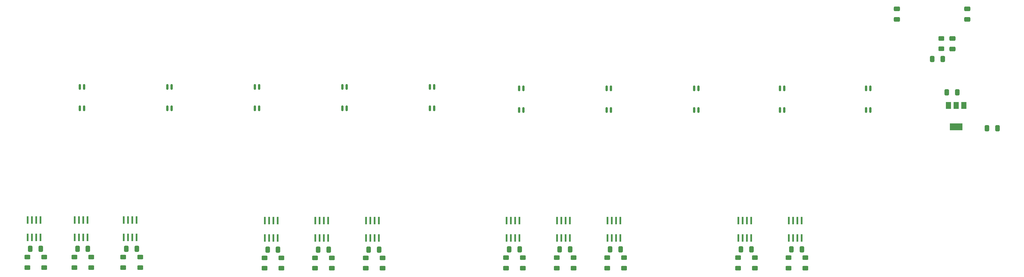
<source format=gbr>
%TF.GenerationSoftware,KiCad,Pcbnew,(6.0.4)*%
%TF.CreationDate,2023-03-07T14:55:24-05:00*%
%TF.ProjectId,Pyrolysis,5079726f-6c79-4736-9973-2e6b69636164,rev?*%
%TF.SameCoordinates,Original*%
%TF.FileFunction,Paste,Bot*%
%TF.FilePolarity,Positive*%
%FSLAX46Y46*%
G04 Gerber Fmt 4.6, Leading zero omitted, Abs format (unit mm)*
G04 Created by KiCad (PCBNEW (6.0.4)) date 2023-03-07 14:55:24*
%MOMM*%
%LPD*%
G01*
G04 APERTURE LIST*
G04 Aperture macros list*
%AMRoundRect*
0 Rectangle with rounded corners*
0 $1 Rounding radius*
0 $2 $3 $4 $5 $6 $7 $8 $9 X,Y pos of 4 corners*
0 Add a 4 corners polygon primitive as box body*
4,1,4,$2,$3,$4,$5,$6,$7,$8,$9,$2,$3,0*
0 Add four circle primitives for the rounded corners*
1,1,$1+$1,$2,$3*
1,1,$1+$1,$4,$5*
1,1,$1+$1,$6,$7*
1,1,$1+$1,$8,$9*
0 Add four rect primitives between the rounded corners*
20,1,$1+$1,$2,$3,$4,$5,0*
20,1,$1+$1,$4,$5,$6,$7,0*
20,1,$1+$1,$6,$7,$8,$9,0*
20,1,$1+$1,$8,$9,$2,$3,0*%
G04 Aperture macros list end*
%ADD10R,0.599440X2.199640*%
%ADD11RoundRect,0.250000X-0.412500X-0.650000X0.412500X-0.650000X0.412500X0.650000X-0.412500X0.650000X0*%
%ADD12RoundRect,0.250000X-0.625000X0.400000X-0.625000X-0.400000X0.625000X-0.400000X0.625000X0.400000X0*%
%ADD13RoundRect,0.150000X0.150000X-0.662500X0.150000X0.662500X-0.150000X0.662500X-0.150000X-0.662500X0*%
%ADD14RoundRect,0.250000X-0.650000X0.412500X-0.650000X-0.412500X0.650000X-0.412500X0.650000X0.412500X0*%
%ADD15R,1.500000X2.000000*%
%ADD16R,3.800000X2.000000*%
%ADD17RoundRect,0.250000X0.650000X-0.412500X0.650000X0.412500X-0.650000X0.412500X-0.650000X-0.412500X0*%
%ADD18RoundRect,0.250000X0.412500X0.650000X-0.412500X0.650000X-0.412500X-0.650000X0.412500X-0.650000X0*%
G04 APERTURE END LIST*
D10*
%TO.C,U21*%
X378105000Y-264630920D03*
X376835000Y-264630920D03*
X375565000Y-264630920D03*
X374295000Y-264630920D03*
X374295000Y-259434080D03*
X375565000Y-259434080D03*
X376835000Y-259434080D03*
X378105000Y-259434080D03*
%TD*%
D11*
%TO.C,C2*%
X428950000Y-268032500D03*
X432075000Y-268032500D03*
%TD*%
D12*
%TO.C,FB13*%
X317468315Y-270521676D03*
X317468315Y-273621676D03*
%TD*%
%TO.C,FB10*%
X292468315Y-270521676D03*
X292468315Y-273621676D03*
%TD*%
%TO.C,FB6*%
X236000000Y-270327500D03*
X236000000Y-273427500D03*
%TD*%
D13*
%TO.C,U22*%
X441835000Y-226592500D03*
X440565000Y-226592500D03*
X440565000Y-220217500D03*
X441835000Y-220217500D03*
%TD*%
D14*
%TO.C,C17*%
X491760000Y-205367500D03*
X491760000Y-208492500D03*
%TD*%
D12*
%TO.C,FB2*%
X222000000Y-270327500D03*
X222000000Y-273427500D03*
%TD*%
%TO.C,FB18*%
X379200000Y-270482500D03*
X379200000Y-273582500D03*
%TD*%
%TO.C,FB17*%
X374200000Y-270482500D03*
X374200000Y-273582500D03*
%TD*%
%TO.C,FB1*%
X217000000Y-270327500D03*
X217000000Y-273427500D03*
%TD*%
D11*
%TO.C,C8*%
X246375000Y-267877500D03*
X249500000Y-267877500D03*
%TD*%
D13*
%TO.C,U5*%
X259835000Y-226092500D03*
X258565000Y-226092500D03*
X258565000Y-219717500D03*
X259835000Y-219717500D03*
%TD*%
D15*
%TO.C,U12*%
X490540000Y-225290000D03*
D16*
X492840000Y-231590000D03*
D15*
X492840000Y-225290000D03*
X495140000Y-225290000D03*
%TD*%
D10*
%TO.C,U2*%
X431980000Y-264630920D03*
X430710000Y-264630920D03*
X429440000Y-264630920D03*
X428170000Y-264630920D03*
X428170000Y-259434080D03*
X429440000Y-259434080D03*
X430710000Y-259434080D03*
X431980000Y-259434080D03*
%TD*%
D12*
%TO.C,FB3*%
X428075000Y-270482500D03*
X428075000Y-273582500D03*
%TD*%
D10*
%TO.C,U13*%
X291373315Y-264670096D03*
X290103315Y-264670096D03*
X288833315Y-264670096D03*
X287563315Y-264670096D03*
X287563315Y-259473256D03*
X288833315Y-259473256D03*
X290103315Y-259473256D03*
X291373315Y-259473256D03*
%TD*%
D12*
%TO.C,FB9*%
X287468315Y-270521676D03*
X287468315Y-273621676D03*
%TD*%
D14*
%TO.C,C6*%
X475240000Y-196567500D03*
X475240000Y-199692500D03*
%TD*%
D12*
%TO.C,FB5*%
X231000000Y-270327500D03*
X231000000Y-273427500D03*
%TD*%
%TO.C,FB8*%
X250500000Y-270327500D03*
X250500000Y-273427500D03*
%TD*%
D10*
%TO.C,U17*%
X321373315Y-264670096D03*
X320103315Y-264670096D03*
X318833315Y-264670096D03*
X317563315Y-264670096D03*
X317563315Y-259473256D03*
X318833315Y-259473256D03*
X320103315Y-259473256D03*
X321373315Y-259473256D03*
%TD*%
D12*
%TO.C,FB14*%
X322468315Y-270521676D03*
X322468315Y-273621676D03*
%TD*%
%TO.C,FB20*%
X394200000Y-270482500D03*
X394200000Y-273582500D03*
%TD*%
D10*
%TO.C,U6*%
X446980000Y-264630920D03*
X445710000Y-264630920D03*
X444440000Y-264630920D03*
X443170000Y-264630920D03*
X443170000Y-259434080D03*
X444440000Y-259434080D03*
X445710000Y-259434080D03*
X446980000Y-259434080D03*
%TD*%
%TO.C,U15*%
X306373315Y-264670096D03*
X305103315Y-264670096D03*
X303833315Y-264670096D03*
X302563315Y-264670096D03*
X302563315Y-259473256D03*
X303833315Y-259473256D03*
X305103315Y-259473256D03*
X306373315Y-259473256D03*
%TD*%
D13*
%TO.C,U14*%
X337835000Y-226092500D03*
X336565000Y-226092500D03*
X336565000Y-219717500D03*
X337835000Y-219717500D03*
%TD*%
D11*
%TO.C,C1*%
X217875000Y-267877500D03*
X221000000Y-267877500D03*
%TD*%
D12*
%TO.C,FB16*%
X364200000Y-270482500D03*
X364200000Y-273582500D03*
%TD*%
D17*
%TO.C,C7*%
X496130000Y-199712500D03*
X496130000Y-196587500D03*
%TD*%
D12*
%TO.C,FB11*%
X302468315Y-270521676D03*
X302468315Y-273621676D03*
%TD*%
%TO.C,FB4*%
X433075000Y-270482500D03*
X433075000Y-273582500D03*
%TD*%
D11*
%TO.C,C13*%
X318343315Y-268071676D03*
X321468315Y-268071676D03*
%TD*%
D13*
%TO.C,U8*%
X285835000Y-226092500D03*
X284565000Y-226092500D03*
X284565000Y-219717500D03*
X285835000Y-219717500D03*
%TD*%
%TO.C,U11*%
X311835000Y-226092500D03*
X310565000Y-226092500D03*
X310565000Y-219717500D03*
X311835000Y-219717500D03*
%TD*%
D10*
%TO.C,U10*%
X249405000Y-264475920D03*
X248135000Y-264475920D03*
X246865000Y-264475920D03*
X245595000Y-264475920D03*
X245595000Y-259279080D03*
X246865000Y-259279080D03*
X248135000Y-259279080D03*
X249405000Y-259279080D03*
%TD*%
D12*
%TO.C,FB19*%
X389200000Y-270482500D03*
X389200000Y-273582500D03*
%TD*%
%TO.C,FB15*%
X359200000Y-270482500D03*
X359200000Y-273582500D03*
%TD*%
D10*
%TO.C,U23*%
X393105000Y-264630920D03*
X391835000Y-264630920D03*
X390565000Y-264630920D03*
X389295000Y-264630920D03*
X389295000Y-259434080D03*
X390565000Y-259434080D03*
X391835000Y-259434080D03*
X393105000Y-259434080D03*
%TD*%
D11*
%TO.C,C16*%
X390075000Y-268032500D03*
X393200000Y-268032500D03*
%TD*%
D10*
%TO.C,U7*%
X234905000Y-264475920D03*
X233635000Y-264475920D03*
X232365000Y-264475920D03*
X231095000Y-264475920D03*
X231095000Y-259279080D03*
X232365000Y-259279080D03*
X233635000Y-259279080D03*
X234905000Y-259279080D03*
%TD*%
D11*
%TO.C,C15*%
X375075000Y-268032500D03*
X378200000Y-268032500D03*
%TD*%
%TO.C,C9*%
X288343315Y-268071676D03*
X291468315Y-268071676D03*
%TD*%
D13*
%TO.C,U16*%
X364335000Y-226592500D03*
X363065000Y-226592500D03*
X363065000Y-220217500D03*
X364335000Y-220217500D03*
%TD*%
D10*
%TO.C,U3*%
X220905000Y-264475920D03*
X219635000Y-264475920D03*
X218365000Y-264475920D03*
X217095000Y-264475920D03*
X217095000Y-259279080D03*
X218365000Y-259279080D03*
X219635000Y-259279080D03*
X220905000Y-259279080D03*
%TD*%
D11*
%TO.C,C4*%
X231875000Y-267877500D03*
X235000000Y-267877500D03*
%TD*%
D12*
%TO.C,FB21*%
X443075000Y-270482500D03*
X443075000Y-273582500D03*
%TD*%
D13*
%TO.C,U18*%
X390335000Y-226592500D03*
X389065000Y-226592500D03*
X389065000Y-220217500D03*
X390335000Y-220217500D03*
%TD*%
D12*
%TO.C,FB22*%
X448075000Y-270482500D03*
X448075000Y-273582500D03*
%TD*%
D13*
%TO.C,U4*%
X467335000Y-226592500D03*
X466065000Y-226592500D03*
X466065000Y-220217500D03*
X467335000Y-220217500D03*
%TD*%
D11*
%TO.C,C12*%
X303343315Y-268071676D03*
X306468315Y-268071676D03*
%TD*%
D13*
%TO.C,U1*%
X233835000Y-226092500D03*
X232565000Y-226092500D03*
X232565000Y-219717500D03*
X233835000Y-219717500D03*
%TD*%
D12*
%TO.C,R1*%
X488450000Y-205330000D03*
X488450000Y-208430000D03*
%TD*%
D18*
%TO.C,C11*%
X493212500Y-221380000D03*
X490087500Y-221380000D03*
%TD*%
D12*
%TO.C,FB7*%
X245500000Y-270327500D03*
X245500000Y-273427500D03*
%TD*%
D10*
%TO.C,U19*%
X363105000Y-264630920D03*
X361835000Y-264630920D03*
X360565000Y-264630920D03*
X359295000Y-264630920D03*
X359295000Y-259434080D03*
X360565000Y-259434080D03*
X361835000Y-259434080D03*
X363105000Y-259434080D03*
%TD*%
D12*
%TO.C,FB12*%
X307468315Y-270521676D03*
X307468315Y-273621676D03*
%TD*%
D11*
%TO.C,C3*%
X443950000Y-268032500D03*
X447075000Y-268032500D03*
%TD*%
D13*
%TO.C,U20*%
X416335000Y-226592500D03*
X415065000Y-226592500D03*
X415065000Y-220217500D03*
X416335000Y-220217500D03*
%TD*%
D18*
%TO.C,C10*%
X505152500Y-232050000D03*
X502027500Y-232050000D03*
%TD*%
D11*
%TO.C,C5*%
X485747500Y-211430000D03*
X488872500Y-211430000D03*
%TD*%
%TO.C,C14*%
X360075000Y-268032500D03*
X363200000Y-268032500D03*
%TD*%
M02*

</source>
